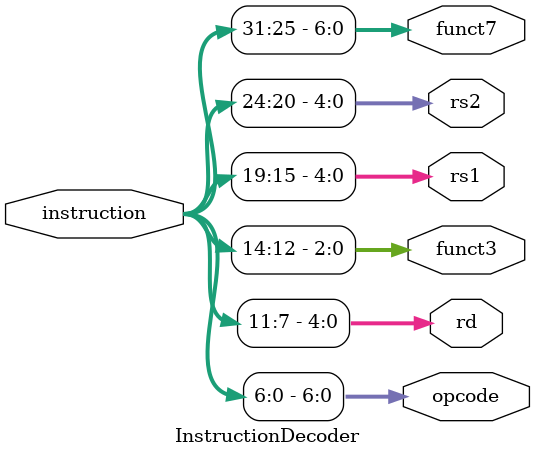
<source format=v>
module InstructionDecoder (
    input  wire [31:0] instruction,
    output wire [6:0]  opcode,
    output wire [4:0]  rd,
    output wire [2:0]  funct3,
    output wire [4:0]  rs1,
    output wire [4:0]  rs2,
    output wire [6:0]  funct7
);
    assign opcode = instruction[6:0];
    assign rd     = instruction[11:7];
    assign funct3 = instruction[14:12];
    assign rs1    = instruction[19:15];
    assign rs2    = instruction[24:20];
    assign funct7 = instruction[31:25];
endmodule

</source>
